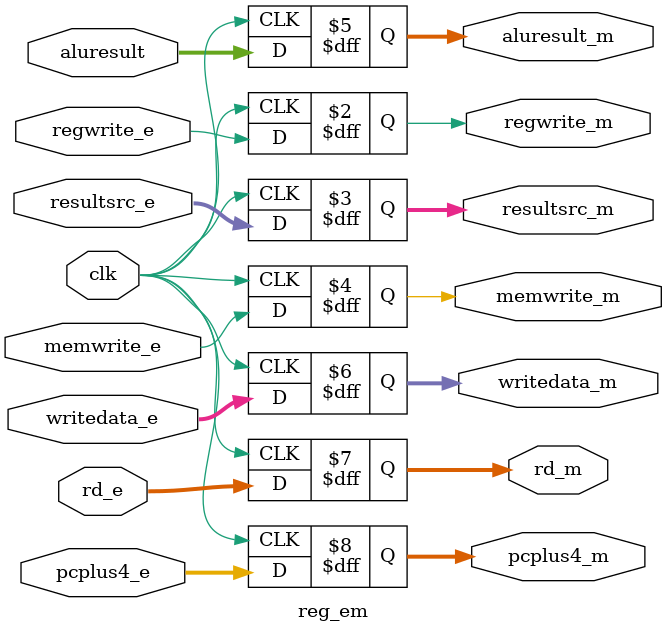
<source format=v>
`timescale 1ns / 1ps


module reg_em (
    // Inputs
    input wire clk,
    input wire regwrite_e,
    input wire [1:0] resultsrc_e,
    input wire memwrite_e,
    input wire [31:0] aluresult,
    input wire [31:0] writedata_e,
    input wire [4:0] rd_e,           // Changed from [11:7] to [4:0]
    input wire [31:0] pcplus4_e,
    
    // Outputs
    output reg regwrite_m,
    output reg [1:0] resultsrc_m,
    output reg memwrite_m,
    output reg [31:0] aluresult_m,
    output reg [31:0] writedata_m,
    output reg [4:0] rd_m,
    output reg [31:0] pcplus4_m
);

    always @(posedge clk) begin
        aluresult_m <= aluresult;
        writedata_m <= writedata_e;
        pcplus4_m   <= pcplus4_e;
        rd_m        <= rd_e;
        resultsrc_m <= resultsrc_e;
        regwrite_m  <= regwrite_e;
        memwrite_m  <= memwrite_e;
    end

endmodule
</source>
